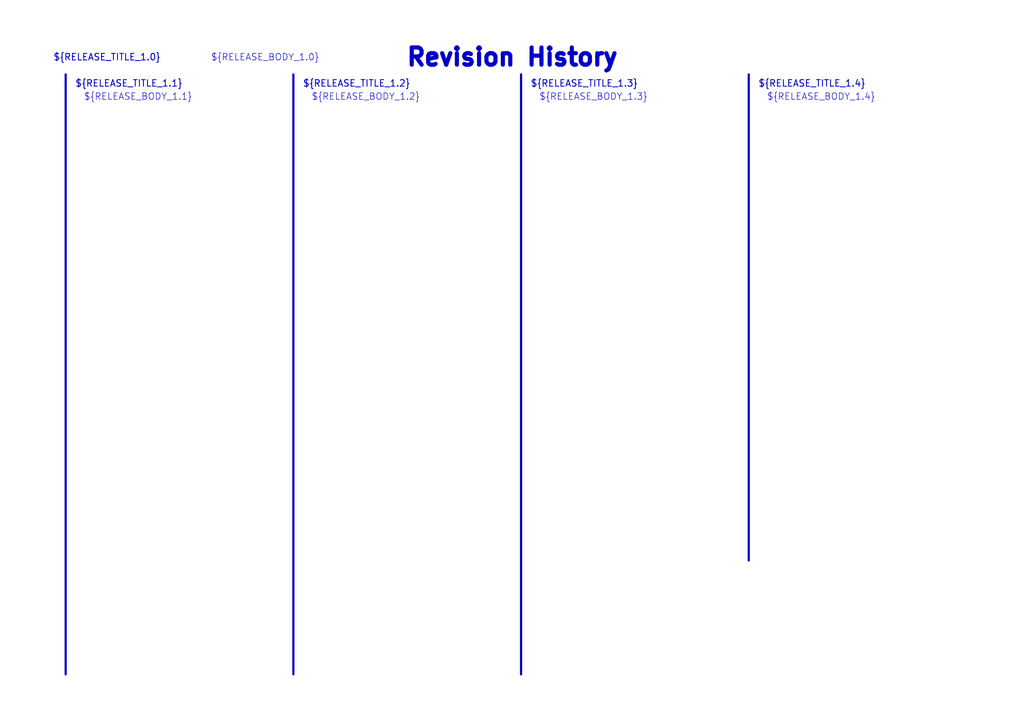
<source format=kicad_sch>
(kicad_sch
	(version 20250114)
	(generator "eeschema")
	(generator_version "9.0")
	(uuid "ea8c4f5e-7a49-4faf-a994-dbc85ed86b0a")
	(paper "A4")
	(title_block
		(title "shield_airpump")
		(date "2024-12-03")
		(rev "${REVISION}")
		(company "${COMPANY}")
	)
	(lib_symbols)
	(text_box "${RELEASE_BODY_1.4}"
		(exclude_from_sim no)
		(at 220.98 25.4 0)
		(size 58.42 137.16)
		(margins 1.4287 1.4287 1.4287 1.4287)
		(stroke
			(width -0.0001)
			(type solid)
		)
		(fill
			(type none)
		)
		(effects
			(font
				(face "KiCad Font")
				(size 1.905 1.905)
			)
			(justify left top)
		)
		(uuid "0c062e2b-2be1-4307-b752-045c211787f4")
	)
	(text_box "Revision History"
		(exclude_from_sim no)
		(at 80.01 10.16 0)
		(size 137.16 12.7)
		(margins 4.4999 4.4999 4.4999 4.4999)
		(stroke
			(width -0.0001)
			(type default)
		)
		(fill
			(type none)
		)
		(effects
			(font
				(face "KiCad Font")
				(size 5 5)
				(thickness 1.2)
				(bold yes)
			)
		)
		(uuid "20a0a094-ac98-46df-bdac-21d5721f7697")
	)
	(text_box "${RELEASE_BODY_1.1}"
		(exclude_from_sim no)
		(at 22.86 25.4 0)
		(size 58.42 170.18)
		(margins 1.4287 1.4287 1.4287 1.4287)
		(stroke
			(width -0.0001)
			(type solid)
		)
		(fill
			(type none)
		)
		(effects
			(font
				(face "KiCad Font")
				(size 1.905 1.905)
			)
			(justify left top)
		)
		(uuid "212b625e-4169-46f2-a2fc-afc6cbef07cd")
	)
	(text_box "${RELEASE_TITLE_1.3}"
		(exclude_from_sim no)
		(at 152.4 21.59 0)
		(size 57.15 7.62)
		(margins 1.4287 1.4287 1.4287 1.4287)
		(stroke
			(width -0.0001)
			(type solid)
		)
		(fill
			(type none)
		)
		(effects
			(font
				(face "KiCad Font")
				(size 1.905 1.905)
				(thickness 0.254)
				(bold yes)
			)
			(justify left top)
		)
		(uuid "61447e65-3862-4ca7-a61e-5d8506cb38bb")
	)
	(text_box "${RELEASE_TITLE_1.0}"
		(exclude_from_sim no)
		(at 13.97 13.97 0)
		(size 48.26 3.81)
		(margins 1.4287 1.4287 1.4287 1.4287)
		(stroke
			(width -0.0001)
			(type solid)
		)
		(fill
			(type none)
		)
		(effects
			(font
				(face "KiCad Font")
				(size 1.905 1.905)
				(thickness 0.254)
				(bold yes)
			)
			(justify left top)
		)
		(uuid "72d0006f-1bd6-4bad-b47d-22ad02a15668")
	)
	(text_box "${RELEASE_BODY_1.3}"
		(exclude_from_sim no)
		(at 154.94 25.4 0)
		(size 58.42 137.16)
		(margins 1.4287 1.4287 1.4287 1.4287)
		(stroke
			(width -0.0001)
			(type solid)
		)
		(fill
			(type none)
		)
		(effects
			(font
				(face "KiCad Font")
				(size 1.905 1.905)
			)
			(justify left top)
		)
		(uuid "8ad0acb7-8a2e-40a2-87c7-888a93359ccd")
	)
	(text_box "${RELEASE_BODY_1.2}"
		(exclude_from_sim no)
		(at 88.9 25.4 0)
		(size 57.15 170.18)
		(margins 1.4287 1.4287 1.4287 1.4287)
		(stroke
			(width -0.0001)
			(type default)
		)
		(fill
			(type none)
		)
		(effects
			(font
				(face "KiCad Font")
				(size 1.905 1.905)
			)
			(justify left top)
		)
		(uuid "9af8400a-3034-4071-a364-608020db49d5")
	)
	(text_box "${RELEASE_BODY_1.0}"
		(exclude_from_sim no)
		(at 59.69 13.97 0)
		(size 57.15 3.81)
		(margins 1.4287 1.4287 1.4287 1.4287)
		(stroke
			(width -0.0001)
			(type solid)
		)
		(fill
			(type none)
		)
		(effects
			(font
				(face "KiCad Font")
				(size 1.905 1.905)
			)
			(justify left top)
		)
		(uuid "9cdb372a-f7ef-4609-bca4-0f6beb8df0b0")
	)
	(text_box "${RELEASE_TITLE_1.1}"
		(exclude_from_sim no)
		(at 20.32 21.59 0)
		(size 57.15 7.62)
		(margins 1.4287 1.4287 1.4287 1.4287)
		(stroke
			(width -0.0001)
			(type solid)
		)
		(fill
			(type none)
		)
		(effects
			(font
				(face "KiCad Font")
				(size 1.905 1.905)
				(thickness 0.254)
				(bold yes)
			)
			(justify left top)
		)
		(uuid "d183a6b7-e8a2-46ec-8c3c-ec3041423bc1")
	)
	(text_box "${RELEASE_TITLE_1.2}"
		(exclude_from_sim no)
		(at 86.36 21.59 0)
		(size 57.15 7.62)
		(margins 1.4287 1.4287 1.4287 1.4287)
		(stroke
			(width -0.0001)
			(type default)
		)
		(fill
			(type none)
		)
		(effects
			(font
				(face "KiCad Font")
				(size 1.905 1.905)
				(thickness 0.254)
				(bold yes)
			)
			(justify left top)
		)
		(uuid "ed7f1ff6-56f6-4427-ab7f-2ffe27717c3d")
	)
	(text_box "${RELEASE_TITLE_1.4}"
		(exclude_from_sim no)
		(at 218.44 21.59 0)
		(size 57.15 7.62)
		(margins 1.4287 1.4287 1.4287 1.4287)
		(stroke
			(width -0.0001)
			(type solid)
		)
		(fill
			(type none)
		)
		(effects
			(font
				(face "KiCad Font")
				(size 1.905 1.905)
				(thickness 0.254)
				(bold yes)
			)
			(justify left top)
		)
		(uuid "f47af890-f55a-44bf-b54f-b7df3adde008")
	)
	(polyline
		(pts
			(xy 85.09 21.59) (xy 85.09 195.58)
		)
		(stroke
			(width 0.635)
			(type default)
		)
		(uuid "5f29c90a-4bd5-401c-a0f6-a99df09914f4")
	)
	(polyline
		(pts
			(xy 151.13 21.59) (xy 151.13 195.58)
		)
		(stroke
			(width 0.635)
			(type default)
		)
		(uuid "a6b610d4-f09b-4d6e-ac67-0bb3d0e09fbe")
	)
	(polyline
		(pts
			(xy 19.05 21.59) (xy 19.05 195.58)
		)
		(stroke
			(width 0.635)
			(type default)
		)
		(uuid "d98bd22a-837a-4b14-b8b1-ecc667696c58")
	)
	(polyline
		(pts
			(xy 217.17 21.59) (xy 217.17 162.56)
		)
		(stroke
			(width 0.635)
			(type default)
		)
		(uuid "fe21cbb6-f53c-41a1-bc1c-520e82f71f78")
	)
)

</source>
